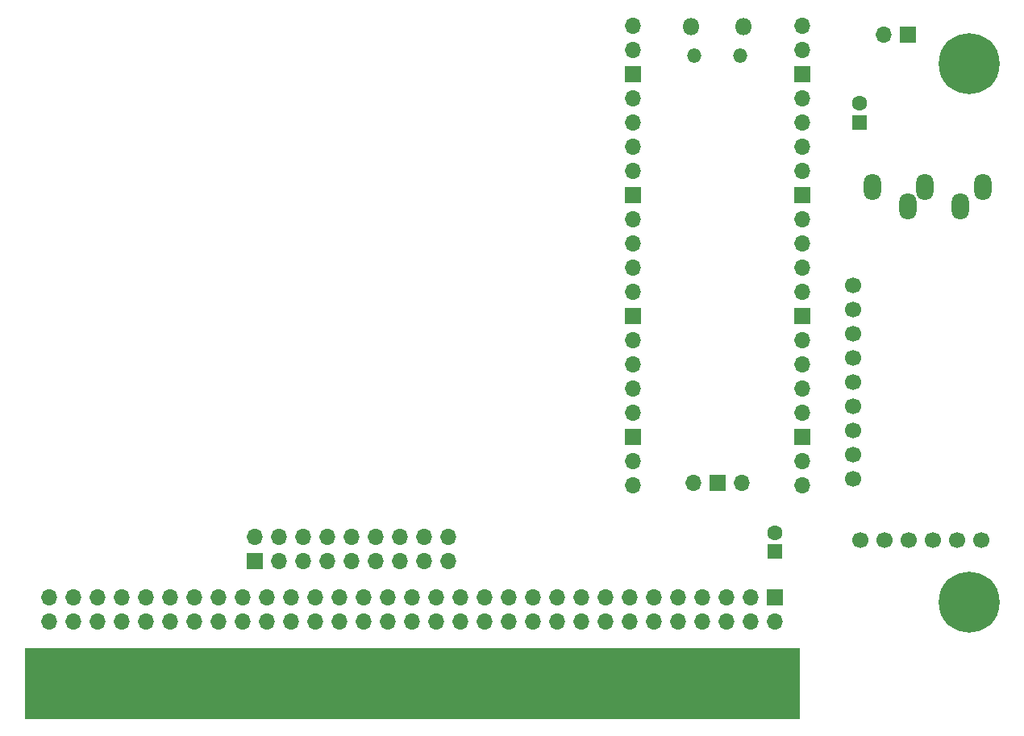
<source format=gbr>
G04 #@! TF.GenerationSoftware,KiCad,Pcbnew,7.0.5-0*
G04 #@! TF.CreationDate,2023-07-02T22:21:17-05:00*
G04 #@! TF.ProjectId,PicoGUS,5069636f-4755-4532-9e6b-696361645f70,rev?*
G04 #@! TF.SameCoordinates,Original*
G04 #@! TF.FileFunction,Soldermask,Bot*
G04 #@! TF.FilePolarity,Negative*
%FSLAX46Y46*%
G04 Gerber Fmt 4.6, Leading zero omitted, Abs format (unit mm)*
G04 Created by KiCad (PCBNEW 7.0.5-0) date 2023-07-02 22:21:17*
%MOMM*%
%LPD*%
G01*
G04 APERTURE LIST*
%ADD10C,0.100000*%
%ADD11R,1.524000X6.858000*%
%ADD12R,1.700000X1.700000*%
%ADD13O,1.700000X1.700000*%
%ADD14R,1.600000X1.600000*%
%ADD15C,1.600000*%
%ADD16O,1.800000X2.800000*%
%ADD17O,1.800000X1.800000*%
%ADD18O,1.500000X1.500000*%
%ADD19C,6.400000*%
%ADD20C,1.700000*%
G04 APERTURE END LIST*
D10*
X197802500Y-136207500D02*
X116522500Y-136207500D01*
X116522500Y-128905000D01*
X197802500Y-128905000D01*
X197802500Y-136207500D01*
G36*
X197802500Y-136207500D02*
G01*
X116522500Y-136207500D01*
X116522500Y-128905000D01*
X197802500Y-128905000D01*
X197802500Y-136207500D01*
G37*
D11*
X195262500Y-132397500D03*
X192722500Y-132397500D03*
X190182500Y-132397500D03*
X187642500Y-132397500D03*
X185102500Y-132397500D03*
X182562500Y-132397500D03*
X180022500Y-132397500D03*
X177482500Y-132397500D03*
X174942500Y-132397500D03*
X172402500Y-132397500D03*
X169862500Y-132397500D03*
X167322500Y-132397500D03*
X164782500Y-132397500D03*
X162242500Y-132397500D03*
X159702500Y-132397500D03*
X157162500Y-132397500D03*
X154622500Y-132397500D03*
X152082500Y-132397500D03*
X149542500Y-132397500D03*
X147002500Y-132397500D03*
X144462500Y-132397500D03*
X141922500Y-132397500D03*
X139382500Y-132397500D03*
X136842500Y-132397500D03*
X134302500Y-132397500D03*
X131762500Y-132397500D03*
X129222500Y-132397500D03*
X126682500Y-132397500D03*
X124142500Y-132397500D03*
X121602500Y-132397500D03*
X119062500Y-132397500D03*
D12*
X209237500Y-64452500D03*
D13*
X206697500Y-64452500D03*
D14*
X195262500Y-118747613D03*
D15*
X195262500Y-116747613D03*
D16*
X209260000Y-82430000D03*
X211060000Y-80430000D03*
X217160000Y-80430000D03*
X214760000Y-82430000D03*
X205560000Y-80430000D03*
D17*
X191955000Y-63630000D03*
X186505000Y-63630000D03*
D18*
X186805000Y-66660000D03*
X191655000Y-66660000D03*
D13*
X180340000Y-63500000D03*
X180340000Y-66040000D03*
D12*
X180340000Y-68580000D03*
D13*
X180340000Y-71120000D03*
X180340000Y-73660000D03*
X180340000Y-76200000D03*
X180340000Y-78740000D03*
D12*
X180340000Y-81280000D03*
D13*
X180340000Y-83820000D03*
X180340000Y-86360000D03*
X180340000Y-88900000D03*
X180340000Y-91440000D03*
D12*
X180340000Y-93980000D03*
D13*
X180340000Y-96520000D03*
X180340000Y-99060000D03*
X180340000Y-101600000D03*
X180340000Y-104140000D03*
D12*
X180340000Y-106680000D03*
D13*
X180340000Y-109220000D03*
X180340000Y-111760000D03*
X198120000Y-111760000D03*
X198120000Y-109220000D03*
D12*
X198120000Y-106680000D03*
D13*
X198120000Y-104140000D03*
X198120000Y-101600000D03*
X198120000Y-99060000D03*
X198120000Y-96520000D03*
D12*
X198120000Y-93980000D03*
D13*
X198120000Y-91440000D03*
X198120000Y-88900000D03*
X198120000Y-86360000D03*
X198120000Y-83820000D03*
D12*
X198120000Y-81280000D03*
D13*
X198120000Y-78740000D03*
X198120000Y-76200000D03*
X198120000Y-73660000D03*
X198120000Y-71120000D03*
D12*
X198120000Y-68580000D03*
D13*
X198120000Y-66040000D03*
X198120000Y-63500000D03*
X186690000Y-111530000D03*
D12*
X189230000Y-111530000D03*
D13*
X191770000Y-111530000D03*
D14*
X204152500Y-73662613D03*
D15*
X204152500Y-71662613D03*
D19*
X215658700Y-124008000D03*
D12*
X140662500Y-119702500D03*
D13*
X140662500Y-117162500D03*
X143202500Y-119702500D03*
X143202500Y-117162500D03*
X145742500Y-119702500D03*
X145742500Y-117162500D03*
X148282500Y-119702500D03*
X148282500Y-117162500D03*
X150822500Y-119702500D03*
X150822500Y-117162500D03*
X153362500Y-119702500D03*
X153362500Y-117162500D03*
X155902500Y-119702500D03*
X155902500Y-117162500D03*
X158442500Y-119702500D03*
X158442500Y-117162500D03*
X160982500Y-119702500D03*
X160982500Y-117162500D03*
D20*
X204269050Y-117487931D03*
X206809050Y-117487931D03*
X209349050Y-117487931D03*
X211889050Y-117487931D03*
X214429050Y-117487931D03*
X216969050Y-117487931D03*
X203489050Y-111047931D03*
X203489050Y-108507931D03*
X203489050Y-105967931D03*
X203489050Y-103427931D03*
X203489050Y-100887931D03*
X203489050Y-98347931D03*
X203489050Y-95807931D03*
X203489050Y-93267931D03*
X203489050Y-90727931D03*
D12*
X195262500Y-123502500D03*
D13*
X192722500Y-123502500D03*
X190182500Y-123502500D03*
X187642500Y-123502500D03*
X185102500Y-123502500D03*
X182562500Y-123502500D03*
X180022500Y-123502500D03*
X177482500Y-123502500D03*
X174942500Y-123502500D03*
X172402500Y-123502500D03*
X169862500Y-123502500D03*
X167322500Y-123502500D03*
X164782500Y-123502500D03*
X162242500Y-123502500D03*
X159702500Y-123502500D03*
X157162500Y-123502500D03*
X154622500Y-123502500D03*
X152082500Y-123502500D03*
X149542500Y-123502500D03*
X147002500Y-123502500D03*
X144462500Y-123502500D03*
X141922500Y-123502500D03*
X139382500Y-123502500D03*
X136842500Y-123502500D03*
X134302500Y-123502500D03*
X131762500Y-123502500D03*
X129222500Y-123502500D03*
X126682500Y-123502500D03*
X124142500Y-123502500D03*
X121602500Y-123502500D03*
X119062500Y-123502500D03*
X195262500Y-126042500D03*
X192722500Y-126042500D03*
X190182500Y-126042500D03*
X187642500Y-126042500D03*
X185102500Y-126042500D03*
X182562500Y-126042500D03*
X180022500Y-126042500D03*
X177482500Y-126042500D03*
X174942500Y-126042500D03*
X172402500Y-126042500D03*
X169862500Y-126042500D03*
X167322500Y-126042500D03*
X164782500Y-126042500D03*
X162242500Y-126042500D03*
X159702500Y-126042500D03*
X157162500Y-126042500D03*
X154622500Y-126042500D03*
X152082500Y-126042500D03*
X149542500Y-126042500D03*
X147002500Y-126042500D03*
X144462500Y-126042500D03*
X141922500Y-126042500D03*
X139382500Y-126042500D03*
X136842500Y-126042500D03*
X134302500Y-126042500D03*
X131762500Y-126042500D03*
X129222500Y-126042500D03*
X126682500Y-126042500D03*
X124142500Y-126042500D03*
X121602500Y-126042500D03*
X119062500Y-126042500D03*
D19*
X215658700Y-67493000D03*
M02*

</source>
